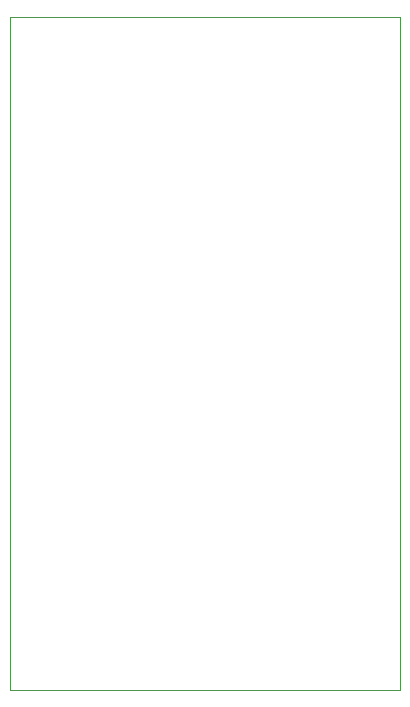
<source format=gm1>
G04 #@! TF.GenerationSoftware,KiCad,Pcbnew,8.0.4*
G04 #@! TF.CreationDate,2024-11-12T14:35:11-08:00*
G04 #@! TF.ProjectId,Engine Control Unit,456e6769-6e65-4204-936f-6e74726f6c20,rev?*
G04 #@! TF.SameCoordinates,Original*
G04 #@! TF.FileFunction,Profile,NP*
%FSLAX46Y46*%
G04 Gerber Fmt 4.6, Leading zero omitted, Abs format (unit mm)*
G04 Created by KiCad (PCBNEW 8.0.4) date 2024-11-12 14:35:11*
%MOMM*%
%LPD*%
G01*
G04 APERTURE LIST*
G04 #@! TA.AperFunction,Profile*
%ADD10C,0.038100*%
G04 #@! TD*
G04 APERTURE END LIST*
D10*
X126000000Y-75000000D02*
X159000000Y-75000000D01*
X126000000Y-132000000D02*
X126000000Y-75000000D01*
X159000000Y-75000000D02*
X159000000Y-132000000D01*
X159000000Y-132000000D02*
X126000000Y-132000000D01*
M02*

</source>
